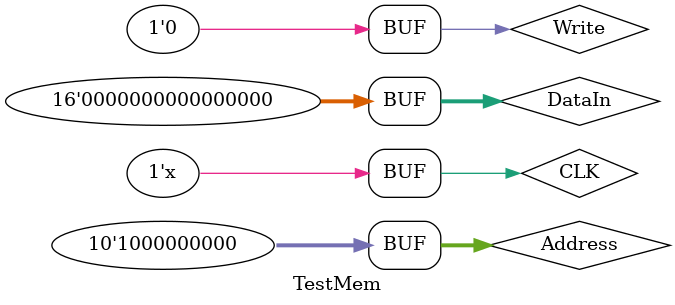
<source format=v>
`timescale 1ns / 1ps


module TestMem;

	// Inputs
	reg [15:0] DataIn;
	reg [9:0] Address;
	reg Write;
	reg CLK;

	// Outputs
	wire [15:0] DataOut;

	// Instantiate the Unit Under Test (UUT)
	amemory16x1k uut (
		.DataIn(DataIn), 
		.DataOut(DataOut), 
		.Address(Address), 
		.Write(Write), 
		.CLK(CLK)
	);

	initial begin
		// Initialize Inputs
		DataIn = 0;
		Address = 0;
		Write = 0;
		CLK = 0;

		// Wait 100 ns for global reset to finish
		#100;
		Address = 16'h0200;
      #100;
		// Add stimulus here

	end
      always begin
		#100 CLK = ~CLK;
		end
endmodule


</source>
